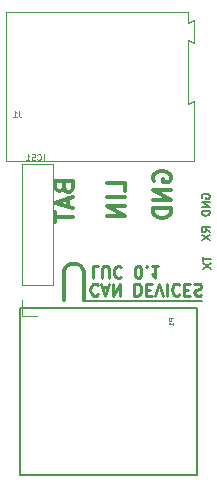
<source format=gbr>
G04 #@! TF.FileFunction,Legend,Bot*
%FSLAX46Y46*%
G04 Gerber Fmt 4.6, Leading zero omitted, Abs format (unit mm)*
G04 Created by KiCad (PCBNEW 4.0.7) date 12/13/17 21:39:52*
%MOMM*%
%LPD*%
G01*
G04 APERTURE LIST*
%ADD10C,0.100000*%
%ADD11C,0.300000*%
%ADD12C,0.175000*%
%ADD13C,0.250000*%
%ADD14C,0.200000*%
%ADD15C,0.120000*%
%ADD16C,0.150000*%
%ADD17C,0.090000*%
G04 APERTURE END LIST*
D10*
D11*
X51800000Y-37567143D02*
X51728571Y-37424286D01*
X51728571Y-37210000D01*
X51800000Y-36995715D01*
X51942857Y-36852857D01*
X52085714Y-36781429D01*
X52371429Y-36710000D01*
X52585714Y-36710000D01*
X52871429Y-36781429D01*
X53014286Y-36852857D01*
X53157143Y-36995715D01*
X53228571Y-37210000D01*
X53228571Y-37352857D01*
X53157143Y-37567143D01*
X53085714Y-37638572D01*
X52585714Y-37638572D01*
X52585714Y-37352857D01*
X53228571Y-38281429D02*
X51728571Y-38281429D01*
X53228571Y-39138572D01*
X51728571Y-39138572D01*
X53228571Y-39852858D02*
X51728571Y-39852858D01*
X51728571Y-40210001D01*
X51800000Y-40424286D01*
X51942857Y-40567144D01*
X52085714Y-40638572D01*
X52371429Y-40710001D01*
X52585714Y-40710001D01*
X52871429Y-40638572D01*
X53014286Y-40567144D01*
X53157143Y-40424286D01*
X53228571Y-40210001D01*
X53228571Y-39852858D01*
D12*
X55850000Y-39026667D02*
X55816667Y-38960001D01*
X55816667Y-38860001D01*
X55850000Y-38760001D01*
X55916667Y-38693334D01*
X55983333Y-38660001D01*
X56116667Y-38626667D01*
X56216667Y-38626667D01*
X56350000Y-38660001D01*
X56416667Y-38693334D01*
X56483333Y-38760001D01*
X56516667Y-38860001D01*
X56516667Y-38926667D01*
X56483333Y-39026667D01*
X56450000Y-39060001D01*
X56216667Y-39060001D01*
X56216667Y-38926667D01*
X56516667Y-39360001D02*
X55816667Y-39360001D01*
X56516667Y-39760001D01*
X55816667Y-39760001D01*
X56516667Y-40093334D02*
X55816667Y-40093334D01*
X55816667Y-40260000D01*
X55850000Y-40360000D01*
X55916667Y-40426667D01*
X55983333Y-40460000D01*
X56116667Y-40493334D01*
X56216667Y-40493334D01*
X56350000Y-40460000D01*
X56416667Y-40426667D01*
X56483333Y-40360000D01*
X56516667Y-40260000D01*
X56516667Y-40093334D01*
X55916667Y-43976667D02*
X55916667Y-44376667D01*
X56616667Y-44176667D02*
X55916667Y-44176667D01*
X55916667Y-44543333D02*
X56616667Y-45010000D01*
X55916667Y-45010000D02*
X56616667Y-44543333D01*
X56516667Y-41893334D02*
X56183333Y-41660000D01*
X56516667Y-41493334D02*
X55816667Y-41493334D01*
X55816667Y-41760000D01*
X55850000Y-41826667D01*
X55883333Y-41860000D01*
X55950000Y-41893334D01*
X56050000Y-41893334D01*
X56116667Y-41860000D01*
X56150000Y-41826667D01*
X56183333Y-41760000D01*
X56183333Y-41493334D01*
X55816667Y-42126667D02*
X56516667Y-42593334D01*
X55816667Y-42593334D02*
X56516667Y-42126667D01*
D13*
X47028572Y-46352857D02*
X46980953Y-46305238D01*
X46838096Y-46257619D01*
X46742858Y-46257619D01*
X46600000Y-46305238D01*
X46504762Y-46400476D01*
X46457143Y-46495714D01*
X46409524Y-46686190D01*
X46409524Y-46829048D01*
X46457143Y-47019524D01*
X46504762Y-47114762D01*
X46600000Y-47210000D01*
X46742858Y-47257619D01*
X46838096Y-47257619D01*
X46980953Y-47210000D01*
X47028572Y-47162381D01*
X47409524Y-46543333D02*
X47885715Y-46543333D01*
X47314286Y-46257619D02*
X47647619Y-47257619D01*
X47980953Y-46257619D01*
X48314286Y-46257619D02*
X48314286Y-47257619D01*
X48885715Y-46257619D01*
X48885715Y-47257619D01*
X50123810Y-46257619D02*
X50123810Y-47257619D01*
X50361905Y-47257619D01*
X50504763Y-47210000D01*
X50600001Y-47114762D01*
X50647620Y-47019524D01*
X50695239Y-46829048D01*
X50695239Y-46686190D01*
X50647620Y-46495714D01*
X50600001Y-46400476D01*
X50504763Y-46305238D01*
X50361905Y-46257619D01*
X50123810Y-46257619D01*
X51123810Y-46781429D02*
X51457144Y-46781429D01*
X51600001Y-46257619D02*
X51123810Y-46257619D01*
X51123810Y-47257619D01*
X51600001Y-47257619D01*
X51885715Y-47257619D02*
X52219048Y-46257619D01*
X52552382Y-47257619D01*
X52885715Y-46257619D02*
X52885715Y-47257619D01*
X53933334Y-46352857D02*
X53885715Y-46305238D01*
X53742858Y-46257619D01*
X53647620Y-46257619D01*
X53504762Y-46305238D01*
X53409524Y-46400476D01*
X53361905Y-46495714D01*
X53314286Y-46686190D01*
X53314286Y-46829048D01*
X53361905Y-47019524D01*
X53409524Y-47114762D01*
X53504762Y-47210000D01*
X53647620Y-47257619D01*
X53742858Y-47257619D01*
X53885715Y-47210000D01*
X53933334Y-47162381D01*
X54361905Y-46781429D02*
X54695239Y-46781429D01*
X54838096Y-46257619D02*
X54361905Y-46257619D01*
X54361905Y-47257619D01*
X54838096Y-47257619D01*
X55219048Y-46305238D02*
X55361905Y-46257619D01*
X55600001Y-46257619D01*
X55695239Y-46305238D01*
X55742858Y-46352857D01*
X55790477Y-46448095D01*
X55790477Y-46543333D01*
X55742858Y-46638571D01*
X55695239Y-46686190D01*
X55600001Y-46733810D01*
X55409524Y-46781429D01*
X55314286Y-46829048D01*
X55266667Y-46876667D01*
X55219048Y-46971905D01*
X55219048Y-47067143D01*
X55266667Y-47162381D01*
X55314286Y-47210000D01*
X55409524Y-47257619D01*
X55647620Y-47257619D01*
X55790477Y-47210000D01*
X47064286Y-44757619D02*
X46588095Y-44757619D01*
X46588095Y-45757619D01*
X47397619Y-45757619D02*
X47397619Y-44948095D01*
X47445238Y-44852857D01*
X47492857Y-44805238D01*
X47588095Y-44757619D01*
X47778572Y-44757619D01*
X47873810Y-44805238D01*
X47921429Y-44852857D01*
X47969048Y-44948095D01*
X47969048Y-45757619D01*
X49016667Y-44852857D02*
X48969048Y-44805238D01*
X48826191Y-44757619D01*
X48730953Y-44757619D01*
X48588095Y-44805238D01*
X48492857Y-44900476D01*
X48445238Y-44995714D01*
X48397619Y-45186190D01*
X48397619Y-45329048D01*
X48445238Y-45519524D01*
X48492857Y-45614762D01*
X48588095Y-45710000D01*
X48730953Y-45757619D01*
X48826191Y-45757619D01*
X48969048Y-45710000D01*
X49016667Y-45662381D01*
X50397619Y-45757619D02*
X50492858Y-45757619D01*
X50588096Y-45710000D01*
X50635715Y-45662381D01*
X50683334Y-45567143D01*
X50730953Y-45376667D01*
X50730953Y-45138571D01*
X50683334Y-44948095D01*
X50635715Y-44852857D01*
X50588096Y-44805238D01*
X50492858Y-44757619D01*
X50397619Y-44757619D01*
X50302381Y-44805238D01*
X50254762Y-44852857D01*
X50207143Y-44948095D01*
X50159524Y-45138571D01*
X50159524Y-45376667D01*
X50207143Y-45567143D01*
X50254762Y-45662381D01*
X50302381Y-45710000D01*
X50397619Y-45757619D01*
X51159524Y-44852857D02*
X51207143Y-44805238D01*
X51159524Y-44757619D01*
X51111905Y-44805238D01*
X51159524Y-44852857D01*
X51159524Y-44757619D01*
X52159524Y-44757619D02*
X51588095Y-44757619D01*
X51873809Y-44757619D02*
X51873809Y-45757619D01*
X51778571Y-45614762D01*
X51683333Y-45519524D01*
X51588095Y-45471905D01*
D14*
X52600000Y-47710000D02*
X55850000Y-47710000D01*
X45800000Y-47710000D02*
X52600000Y-47710000D01*
D11*
X44142858Y-47602857D02*
X44142858Y-45174286D01*
X44285715Y-44888571D01*
X44428572Y-44745714D01*
X44714286Y-44602857D01*
X45285715Y-44602857D01*
X45571429Y-44745714D01*
X45714286Y-44888571D01*
X45857143Y-45174286D01*
X45857143Y-47602857D01*
X44142857Y-38102858D02*
X44214286Y-38317144D01*
X44285714Y-38388572D01*
X44428571Y-38460001D01*
X44642857Y-38460001D01*
X44785714Y-38388572D01*
X44857143Y-38317144D01*
X44928571Y-38174286D01*
X44928571Y-37602858D01*
X43428571Y-37602858D01*
X43428571Y-38102858D01*
X43500000Y-38245715D01*
X43571429Y-38317144D01*
X43714286Y-38388572D01*
X43857143Y-38388572D01*
X44000000Y-38317144D01*
X44071429Y-38245715D01*
X44142857Y-38102858D01*
X44142857Y-37602858D01*
X44500000Y-39031429D02*
X44500000Y-39745715D01*
X44928571Y-38888572D02*
X43428571Y-39388572D01*
X44928571Y-39888572D01*
X43428571Y-40174286D02*
X43428571Y-41031429D01*
X44928571Y-40602858D02*
X43428571Y-40602858D01*
X49328571Y-38431429D02*
X49328571Y-37717143D01*
X47828571Y-37717143D01*
X49328571Y-38931429D02*
X47828571Y-38931429D01*
X49328571Y-39645715D02*
X47828571Y-39645715D01*
X49328571Y-40502858D01*
X47828571Y-40502858D01*
D15*
X39250000Y-35860000D02*
X39250000Y-23260000D01*
X39250000Y-23260000D02*
X54650000Y-23260000D01*
X54650000Y-23260000D02*
X54650000Y-24210000D01*
X54650000Y-24210000D02*
X55150000Y-23910000D01*
X55150000Y-23910000D02*
X55150000Y-25910000D01*
X55150000Y-25910000D02*
X54650000Y-25660000D01*
X54650000Y-25660000D02*
X54650000Y-31060000D01*
X54650000Y-31060000D02*
X55150000Y-30810000D01*
X55150000Y-30810000D02*
X55150000Y-35860000D01*
X55150000Y-35860000D02*
X39250000Y-35860000D01*
X40580000Y-36150000D02*
X43240000Y-36150000D01*
X40580000Y-46370000D02*
X40580000Y-36150000D01*
X43240000Y-46370000D02*
X43240000Y-36150000D01*
X40580000Y-46370000D02*
X43240000Y-46370000D01*
X40580000Y-47640000D02*
X40580000Y-48970000D01*
X40580000Y-48970000D02*
X41910000Y-48970000D01*
D16*
X40414140Y-48314880D02*
X40414140Y-62411880D01*
X55400140Y-62411880D02*
X55400140Y-48314880D01*
X40414140Y-48314880D02*
X55400140Y-48314880D01*
X40414140Y-62411880D02*
X55400140Y-62411880D01*
D10*
X40366666Y-31636190D02*
X40366666Y-31993333D01*
X40390476Y-32064762D01*
X40438095Y-32112381D01*
X40509523Y-32136190D01*
X40557142Y-32136190D01*
X39866667Y-32136190D02*
X40152381Y-32136190D01*
X40009524Y-32136190D02*
X40009524Y-31636190D01*
X40057143Y-31707619D01*
X40104762Y-31755238D01*
X40152381Y-31779048D01*
X42436189Y-35786190D02*
X42436189Y-35286190D01*
X41912380Y-35738571D02*
X41936190Y-35762381D01*
X42007618Y-35786190D01*
X42055237Y-35786190D01*
X42126666Y-35762381D01*
X42174285Y-35714762D01*
X42198094Y-35667143D01*
X42221904Y-35571905D01*
X42221904Y-35500476D01*
X42198094Y-35405238D01*
X42174285Y-35357619D01*
X42126666Y-35310000D01*
X42055237Y-35286190D01*
X42007618Y-35286190D01*
X41936190Y-35310000D01*
X41912380Y-35333810D01*
X41721904Y-35762381D02*
X41650475Y-35786190D01*
X41531428Y-35786190D01*
X41483809Y-35762381D01*
X41459999Y-35738571D01*
X41436190Y-35690952D01*
X41436190Y-35643333D01*
X41459999Y-35595714D01*
X41483809Y-35571905D01*
X41531428Y-35548095D01*
X41626666Y-35524286D01*
X41674285Y-35500476D01*
X41698094Y-35476667D01*
X41721904Y-35429048D01*
X41721904Y-35381429D01*
X41698094Y-35333810D01*
X41674285Y-35310000D01*
X41626666Y-35286190D01*
X41507618Y-35286190D01*
X41436190Y-35310000D01*
X40960000Y-35786190D02*
X41245714Y-35786190D01*
X41102857Y-35786190D02*
X41102857Y-35286190D01*
X41150476Y-35357619D01*
X41198095Y-35405238D01*
X41245714Y-35429048D01*
D17*
X53422952Y-49164762D02*
X53022952Y-49164762D01*
X53022952Y-49317143D01*
X53042000Y-49355238D01*
X53061048Y-49374286D01*
X53099143Y-49393334D01*
X53156286Y-49393334D01*
X53194381Y-49374286D01*
X53213429Y-49355238D01*
X53232476Y-49317143D01*
X53232476Y-49164762D01*
X53422952Y-49774286D02*
X53422952Y-49545714D01*
X53422952Y-49660000D02*
X53022952Y-49660000D01*
X53080095Y-49621905D01*
X53118190Y-49583810D01*
X53137238Y-49545714D01*
M02*

</source>
